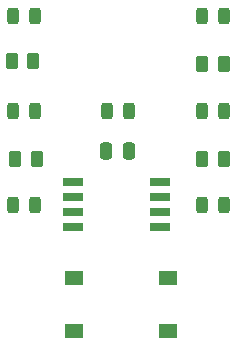
<source format=gbr>
%TF.GenerationSoftware,KiCad,Pcbnew,8.0.6*%
%TF.CreationDate,2024-11-07T13:03:47-03:00*%
%TF.ProjectId,dice-keychain,64696365-2d6b-4657-9963-6861696e2e6b,rev?*%
%TF.SameCoordinates,Original*%
%TF.FileFunction,Paste,Top*%
%TF.FilePolarity,Positive*%
%FSLAX46Y46*%
G04 Gerber Fmt 4.6, Leading zero omitted, Abs format (unit mm)*
G04 Created by KiCad (PCBNEW 8.0.6) date 2024-11-07 13:03:47*
%MOMM*%
%LPD*%
G01*
G04 APERTURE LIST*
G04 Aperture macros list*
%AMRoundRect*
0 Rectangle with rounded corners*
0 $1 Rounding radius*
0 $2 $3 $4 $5 $6 $7 $8 $9 X,Y pos of 4 corners*
0 Add a 4 corners polygon primitive as box body*
4,1,4,$2,$3,$4,$5,$6,$7,$8,$9,$2,$3,0*
0 Add four circle primitives for the rounded corners*
1,1,$1+$1,$2,$3*
1,1,$1+$1,$4,$5*
1,1,$1+$1,$6,$7*
1,1,$1+$1,$8,$9*
0 Add four rect primitives between the rounded corners*
20,1,$1+$1,$2,$3,$4,$5,0*
20,1,$1+$1,$4,$5,$6,$7,0*
20,1,$1+$1,$6,$7,$8,$9,0*
20,1,$1+$1,$8,$9,$2,$3,0*%
G04 Aperture macros list end*
%ADD10RoundRect,0.243750X-0.243750X-0.456250X0.243750X-0.456250X0.243750X0.456250X-0.243750X0.456250X0*%
%ADD11RoundRect,0.243750X0.243750X0.456250X-0.243750X0.456250X-0.243750X-0.456250X0.243750X-0.456250X0*%
%ADD12R,1.550000X1.300000*%
%ADD13R,1.700000X0.650000*%
%ADD14RoundRect,0.250000X0.262500X0.450000X-0.262500X0.450000X-0.262500X-0.450000X0.262500X-0.450000X0*%
%ADD15RoundRect,0.250000X-0.262500X-0.450000X0.262500X-0.450000X0.262500X0.450000X-0.262500X0.450000X0*%
%ADD16RoundRect,0.250000X0.250000X0.475000X-0.250000X0.475000X-0.250000X-0.475000X0.250000X-0.475000X0*%
G04 APERTURE END LIST*
D10*
%TO.C,D5*%
X120337500Y-78400000D03*
X118462500Y-78400000D03*
%TD*%
D11*
%TO.C,D7*%
X120337500Y-62400000D03*
X118462500Y-62400000D03*
%TD*%
D12*
%TO.C,SW1*%
X107625000Y-84550000D03*
X115575000Y-84550000D03*
X107625000Y-89050000D03*
X115575000Y-89050000D03*
%TD*%
D13*
%TO.C,U1*%
X107600000Y-76395000D03*
X107600000Y-77665000D03*
X107600000Y-78935000D03*
X107600000Y-80205000D03*
X114900000Y-80205000D03*
X114900000Y-78935000D03*
X114900000Y-77665000D03*
X114900000Y-76395000D03*
%TD*%
D10*
%TO.C,D4*%
X112337500Y-70400000D03*
X110462500Y-70400000D03*
%TD*%
D11*
%TO.C,D6*%
X120337500Y-70400000D03*
X118462500Y-70400000D03*
%TD*%
%TO.C,D1*%
X104337500Y-62400000D03*
X102462500Y-62400000D03*
%TD*%
D14*
%TO.C,R2*%
X102687500Y-74500000D03*
X104512500Y-74500000D03*
%TD*%
D15*
%TO.C,R4*%
X118487500Y-66400000D03*
X120312500Y-66400000D03*
%TD*%
D16*
%TO.C,C1*%
X110400000Y-73800000D03*
X112300000Y-73800000D03*
%TD*%
D11*
%TO.C,D3*%
X102462500Y-78400000D03*
X104337500Y-78400000D03*
%TD*%
D10*
%TO.C,D2*%
X104337500Y-70400000D03*
X102462500Y-70400000D03*
%TD*%
D14*
%TO.C,R3*%
X120312500Y-74500000D03*
X118487500Y-74500000D03*
%TD*%
%TO.C,R1*%
X102375000Y-66200000D03*
X104200000Y-66200000D03*
%TD*%
M02*

</source>
